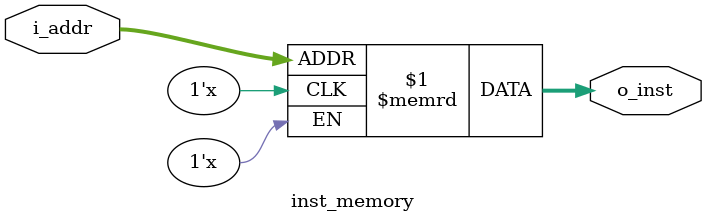
<source format=v>
`timescale 1ns / 1ps


module inst_memory (
    input  wire [ 9:2] i_addr,
    output wire [31:0] o_inst
);
  reg [31:0] inst_memory[255:0];
  assign o_inst = inst_memory[i_addr];
endmodule

</source>
